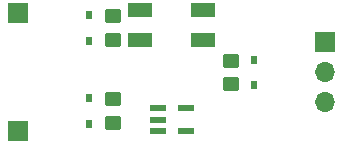
<source format=gbr>
%TF.GenerationSoftware,KiCad,Pcbnew,7.0.9*%
%TF.CreationDate,2024-02-15T17:16:55-06:00*%
%TF.ProjectId,ANDGATE,414e4447-4154-4452-9e6b-696361645f70,rev?*%
%TF.SameCoordinates,Original*%
%TF.FileFunction,Soldermask,Top*%
%TF.FilePolarity,Negative*%
%FSLAX46Y46*%
G04 Gerber Fmt 4.6, Leading zero omitted, Abs format (unit mm)*
G04 Created by KiCad (PCBNEW 7.0.9) date 2024-02-15 17:16:55*
%MOMM*%
%LPD*%
G01*
G04 APERTURE LIST*
G04 Aperture macros list*
%AMRoundRect*
0 Rectangle with rounded corners*
0 $1 Rounding radius*
0 $2 $3 $4 $5 $6 $7 $8 $9 X,Y pos of 4 corners*
0 Add a 4 corners polygon primitive as box body*
4,1,4,$2,$3,$4,$5,$6,$7,$8,$9,$2,$3,0*
0 Add four circle primitives for the rounded corners*
1,1,$1+$1,$2,$3*
1,1,$1+$1,$4,$5*
1,1,$1+$1,$6,$7*
1,1,$1+$1,$8,$9*
0 Add four rect primitives between the rounded corners*
20,1,$1+$1,$2,$3,$4,$5,0*
20,1,$1+$1,$4,$5,$6,$7,0*
20,1,$1+$1,$6,$7,$8,$9,0*
20,1,$1+$1,$8,$9,$2,$3,0*%
G04 Aperture macros list end*
%ADD10RoundRect,0.250000X-0.450000X0.350000X-0.450000X-0.350000X0.450000X-0.350000X0.450000X0.350000X0*%
%ADD11R,0.609600X0.660400*%
%ADD12R,1.473200X0.558800*%
%ADD13R,1.700000X1.700000*%
%ADD14O,1.700000X1.700000*%
%ADD15RoundRect,0.102000X-0.937500X-0.525000X0.937500X-0.525000X0.937500X0.525000X-0.937500X0.525000X0*%
%ADD16RoundRect,0.102000X0.937500X0.525000X-0.937500X0.525000X-0.937500X-0.525000X0.937500X-0.525000X0*%
G04 APERTURE END LIST*
D10*
%TO.C,R3*%
X160000000Y-86500000D03*
X160000000Y-88500000D03*
%TD*%
D11*
%TO.C,LED1*%
X148000000Y-84829500D03*
X148000000Y-82670500D03*
%TD*%
D10*
%TO.C,R1*%
X150000000Y-82750000D03*
X150000000Y-84750000D03*
%TD*%
%TO.C,R2*%
X150000000Y-89750000D03*
X150000000Y-91750000D03*
%TD*%
D11*
%TO.C,LED2*%
X148000000Y-89670500D03*
X148000000Y-91829500D03*
%TD*%
D12*
%TO.C,U1*%
X153806200Y-90549999D03*
X153806200Y-91500000D03*
X153806200Y-92450001D03*
X156193800Y-92450001D03*
X156193800Y-90549999D03*
%TD*%
D13*
%TO.C,J1*%
X142000000Y-82500000D03*
%TD*%
D11*
%TO.C,LED3*%
X162000000Y-88579500D03*
X162000000Y-86420500D03*
%TD*%
D13*
%TO.C,J2*%
X142000000Y-92500000D03*
%TD*%
%TO.C,J3*%
X168000000Y-84960000D03*
D14*
X168000000Y-87500000D03*
X168000000Y-90040000D03*
%TD*%
D15*
%TO.C,D1*%
X152337500Y-82250000D03*
D16*
X157662500Y-82250000D03*
D15*
X152337500Y-84750000D03*
D16*
X157662500Y-84750000D03*
%TD*%
M02*

</source>
